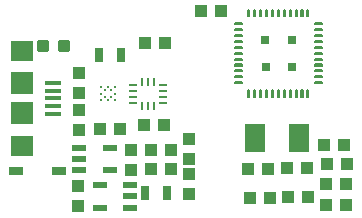
<source format=gbr>
G04 EAGLE Gerber RS-274X export*
G75*
%MOMM*%
%FSLAX34Y34*%
%LPD*%
%INSolderpaste Top*%
%IPPOS*%
%AMOC8*
5,1,8,0,0,1.08239X$1,22.5*%
G01*
%ADD10R,1.100000X1.000000*%
%ADD11R,1.000000X1.100000*%
%ADD12R,0.800000X1.200000*%
%ADD13R,1.200000X0.550000*%
%ADD14R,1.200000X0.700000*%
%ADD15C,0.200000*%
%ADD16C,0.300000*%
%ADD17R,0.675000X0.250000*%
%ADD18R,0.250000X0.675000*%
%ADD19C,0.210000*%
%ADD20R,0.762000X0.762000*%
%ADD21R,1.400000X0.350000*%
%ADD22R,1.900000X1.800000*%
%ADD23R,1.900000X1.900000*%
%ADD24R,1.700000X2.400000*%


D10*
X271956Y10864D03*
X288956Y10864D03*
X238760Y42360D03*
X255760Y42360D03*
X223320Y42080D03*
X206320Y42080D03*
D11*
X107320Y58120D03*
X107320Y41120D03*
D10*
X272396Y29372D03*
X289396Y29372D03*
X239548Y17544D03*
X256548Y17544D03*
X118320Y78900D03*
X135320Y78900D03*
X97400Y75200D03*
X80400Y75200D03*
X224960Y17276D03*
X207960Y17276D03*
D12*
X80140Y138280D03*
X98140Y138280D03*
X137224Y21132D03*
X119224Y21132D03*
D13*
X106441Y8980D03*
X106441Y18480D03*
X106441Y27980D03*
X80439Y27980D03*
X80439Y8980D03*
D14*
X46420Y39720D03*
X9420Y39720D03*
D15*
X84850Y108370D03*
X84850Y102710D03*
X90510Y108370D03*
X90510Y102710D03*
X87680Y111200D03*
X93340Y111200D03*
X82020Y111200D03*
X93340Y105540D03*
X82020Y105540D03*
X87680Y99880D03*
X93340Y99880D03*
X82020Y99880D03*
D16*
X35973Y142356D02*
X35973Y149356D01*
X35973Y142356D02*
X28973Y142356D01*
X28973Y149356D01*
X35973Y149356D01*
X35973Y145206D02*
X28973Y145206D01*
X28973Y148056D02*
X35973Y148056D01*
X53513Y149356D02*
X53513Y142356D01*
X46513Y142356D01*
X46513Y149356D01*
X53513Y149356D01*
X53513Y145206D02*
X46513Y145206D01*
X46513Y148056D02*
X53513Y148056D01*
D17*
X109055Y112820D03*
X109055Y107820D03*
X109055Y102820D03*
X109055Y97820D03*
D18*
X126680Y95195D03*
X121680Y95195D03*
X116680Y95195D03*
D17*
X134305Y112820D03*
X134305Y107820D03*
X134305Y102820D03*
X134305Y97820D03*
D18*
X126680Y115320D03*
X121680Y115320D03*
X116680Y115320D03*
D10*
X118786Y147995D03*
X135786Y147995D03*
D11*
X62220Y10080D03*
X62220Y27080D03*
D10*
X166276Y175276D03*
X183276Y175276D03*
X123868Y41940D03*
X140868Y41940D03*
X140700Y57900D03*
X123700Y57900D03*
D11*
X62840Y91780D03*
X62840Y74780D03*
X63120Y122980D03*
X63120Y105980D03*
D10*
X270360Y61872D03*
X287360Y61872D03*
X273192Y46280D03*
X290192Y46280D03*
D19*
X200730Y165190D02*
X194830Y165190D01*
X200730Y165190D02*
X200730Y164290D01*
X194830Y164290D01*
X194830Y165190D01*
X194830Y160190D02*
X200730Y160190D01*
X200730Y159290D01*
X194830Y159290D01*
X194830Y160190D01*
X194830Y155190D02*
X200730Y155190D01*
X200730Y154290D01*
X194830Y154290D01*
X194830Y155190D01*
X194830Y150190D02*
X200730Y150190D01*
X200730Y149290D01*
X194830Y149290D01*
X194830Y150190D01*
X194830Y145190D02*
X200730Y145190D01*
X200730Y144290D01*
X194830Y144290D01*
X194830Y145190D01*
X194830Y140190D02*
X200730Y140190D01*
X200730Y139290D01*
X194830Y139290D01*
X194830Y140190D01*
X194830Y134290D02*
X200730Y134290D01*
X194830Y134290D02*
X194830Y135190D01*
X200730Y135190D01*
X200730Y134290D01*
X200730Y129290D02*
X194830Y129290D01*
X194830Y130190D01*
X200730Y130190D01*
X200730Y129290D01*
X200730Y124290D02*
X194830Y124290D01*
X194830Y125190D01*
X200730Y125190D01*
X200730Y124290D01*
X200730Y119290D02*
X194830Y119290D01*
X194830Y120190D01*
X200730Y120190D01*
X200730Y119290D01*
X200730Y114290D02*
X194830Y114290D01*
X194830Y115190D01*
X200730Y115190D01*
X200730Y114290D01*
X206330Y108690D02*
X206330Y102790D01*
X206330Y108690D02*
X207230Y108690D01*
X207230Y102790D01*
X206330Y102790D01*
X206330Y104785D02*
X207230Y104785D01*
X207230Y106780D02*
X206330Y106780D01*
X211330Y108690D02*
X211330Y102790D01*
X211330Y108690D02*
X212230Y108690D01*
X212230Y102790D01*
X211330Y102790D01*
X211330Y104785D02*
X212230Y104785D01*
X212230Y106780D02*
X211330Y106780D01*
X216330Y108690D02*
X216330Y102790D01*
X216330Y108690D02*
X217230Y108690D01*
X217230Y102790D01*
X216330Y102790D01*
X216330Y104785D02*
X217230Y104785D01*
X217230Y106780D02*
X216330Y106780D01*
X221330Y108690D02*
X221330Y102790D01*
X221330Y108690D02*
X222230Y108690D01*
X222230Y102790D01*
X221330Y102790D01*
X221330Y104785D02*
X222230Y104785D01*
X222230Y106780D02*
X221330Y106780D01*
X226330Y108690D02*
X226330Y102790D01*
X226330Y108690D02*
X227230Y108690D01*
X227230Y102790D01*
X226330Y102790D01*
X226330Y104785D02*
X227230Y104785D01*
X227230Y106780D02*
X226330Y106780D01*
X231330Y108690D02*
X231330Y102790D01*
X231330Y108690D02*
X232230Y108690D01*
X232230Y102790D01*
X231330Y102790D01*
X231330Y104785D02*
X232230Y104785D01*
X232230Y106780D02*
X231330Y106780D01*
X237230Y108690D02*
X237230Y102790D01*
X236330Y102790D01*
X236330Y108690D01*
X237230Y108690D01*
X237230Y104785D02*
X236330Y104785D01*
X236330Y106780D02*
X237230Y106780D01*
X242230Y108690D02*
X242230Y102790D01*
X241330Y102790D01*
X241330Y108690D01*
X242230Y108690D01*
X242230Y104785D02*
X241330Y104785D01*
X241330Y106780D02*
X242230Y106780D01*
X247230Y108690D02*
X247230Y102790D01*
X246330Y102790D01*
X246330Y108690D01*
X247230Y108690D01*
X247230Y104785D02*
X246330Y104785D01*
X246330Y106780D02*
X247230Y106780D01*
X252230Y108690D02*
X252230Y102790D01*
X251330Y102790D01*
X251330Y108690D01*
X252230Y108690D01*
X252230Y104785D02*
X251330Y104785D01*
X251330Y106780D02*
X252230Y106780D01*
X257230Y108690D02*
X257230Y102790D01*
X256330Y102790D01*
X256330Y108690D01*
X257230Y108690D01*
X257230Y104785D02*
X256330Y104785D01*
X256330Y106780D02*
X257230Y106780D01*
X262830Y114290D02*
X268730Y114290D01*
X262830Y114290D02*
X262830Y115190D01*
X268730Y115190D01*
X268730Y114290D01*
X268730Y119290D02*
X262830Y119290D01*
X262830Y120190D01*
X268730Y120190D01*
X268730Y119290D01*
X268730Y124290D02*
X262830Y124290D01*
X262830Y125190D01*
X268730Y125190D01*
X268730Y124290D01*
X268730Y129290D02*
X262830Y129290D01*
X262830Y130190D01*
X268730Y130190D01*
X268730Y129290D01*
X268730Y134290D02*
X262830Y134290D01*
X262830Y135190D01*
X268730Y135190D01*
X268730Y134290D01*
X268730Y139290D02*
X262830Y139290D01*
X262830Y140190D01*
X268730Y140190D01*
X268730Y139290D01*
X268730Y145190D02*
X262830Y145190D01*
X268730Y145190D02*
X268730Y144290D01*
X262830Y144290D01*
X262830Y145190D01*
X262830Y150190D02*
X268730Y150190D01*
X268730Y149290D01*
X262830Y149290D01*
X262830Y150190D01*
X262830Y155190D02*
X268730Y155190D01*
X268730Y154290D01*
X262830Y154290D01*
X262830Y155190D01*
X262830Y160190D02*
X268730Y160190D01*
X268730Y159290D01*
X262830Y159290D01*
X262830Y160190D01*
X262830Y165190D02*
X268730Y165190D01*
X268730Y164290D01*
X262830Y164290D01*
X262830Y165190D01*
X257230Y170790D02*
X257230Y176690D01*
X257230Y170790D02*
X256330Y170790D01*
X256330Y176690D01*
X257230Y176690D01*
X257230Y172785D02*
X256330Y172785D01*
X256330Y174780D02*
X257230Y174780D01*
X252230Y176690D02*
X252230Y170790D01*
X251330Y170790D01*
X251330Y176690D01*
X252230Y176690D01*
X252230Y172785D02*
X251330Y172785D01*
X251330Y174780D02*
X252230Y174780D01*
X247230Y176690D02*
X247230Y170790D01*
X246330Y170790D01*
X246330Y176690D01*
X247230Y176690D01*
X247230Y172785D02*
X246330Y172785D01*
X246330Y174780D02*
X247230Y174780D01*
X242230Y176690D02*
X242230Y170790D01*
X241330Y170790D01*
X241330Y176690D01*
X242230Y176690D01*
X242230Y172785D02*
X241330Y172785D01*
X241330Y174780D02*
X242230Y174780D01*
X237230Y176690D02*
X237230Y170790D01*
X236330Y170790D01*
X236330Y176690D01*
X237230Y176690D01*
X237230Y172785D02*
X236330Y172785D01*
X236330Y174780D02*
X237230Y174780D01*
X232230Y176690D02*
X232230Y170790D01*
X231330Y170790D01*
X231330Y176690D01*
X232230Y176690D01*
X232230Y172785D02*
X231330Y172785D01*
X231330Y174780D02*
X232230Y174780D01*
X226330Y176690D02*
X226330Y170790D01*
X226330Y176690D02*
X227230Y176690D01*
X227230Y170790D01*
X226330Y170790D01*
X226330Y172785D02*
X227230Y172785D01*
X227230Y174780D02*
X226330Y174780D01*
X221330Y176690D02*
X221330Y170790D01*
X221330Y176690D02*
X222230Y176690D01*
X222230Y170790D01*
X221330Y170790D01*
X221330Y172785D02*
X222230Y172785D01*
X222230Y174780D02*
X221330Y174780D01*
X216330Y176690D02*
X216330Y170790D01*
X216330Y176690D02*
X217230Y176690D01*
X217230Y170790D01*
X216330Y170790D01*
X216330Y172785D02*
X217230Y172785D01*
X217230Y174780D02*
X216330Y174780D01*
X211330Y176690D02*
X211330Y170790D01*
X211330Y176690D02*
X212230Y176690D01*
X212230Y170790D01*
X211330Y170790D01*
X211330Y172785D02*
X212230Y172785D01*
X212230Y174780D02*
X211330Y174780D01*
X206330Y176690D02*
X206330Y170790D01*
X206330Y176690D02*
X207230Y176690D01*
X207230Y170790D01*
X206330Y170790D01*
X206330Y172785D02*
X207230Y172785D01*
X207230Y174780D02*
X206330Y174780D01*
D20*
X220350Y151170D03*
X243210Y151170D03*
X243210Y128310D03*
X221620Y128310D03*
D13*
X62979Y59480D03*
X62979Y49980D03*
X62979Y40480D03*
X88981Y40480D03*
X88981Y59480D03*
D21*
X41184Y114540D03*
X41184Y88540D03*
X41184Y108040D03*
X41184Y101540D03*
X41184Y95040D03*
D22*
X14684Y141540D03*
X14684Y61540D03*
D23*
X14684Y114240D03*
X14684Y88840D03*
D24*
X212180Y68180D03*
X249180Y68180D03*
D11*
X155820Y20080D03*
X155820Y37080D03*
X155920Y67180D03*
X155920Y50180D03*
M02*

</source>
